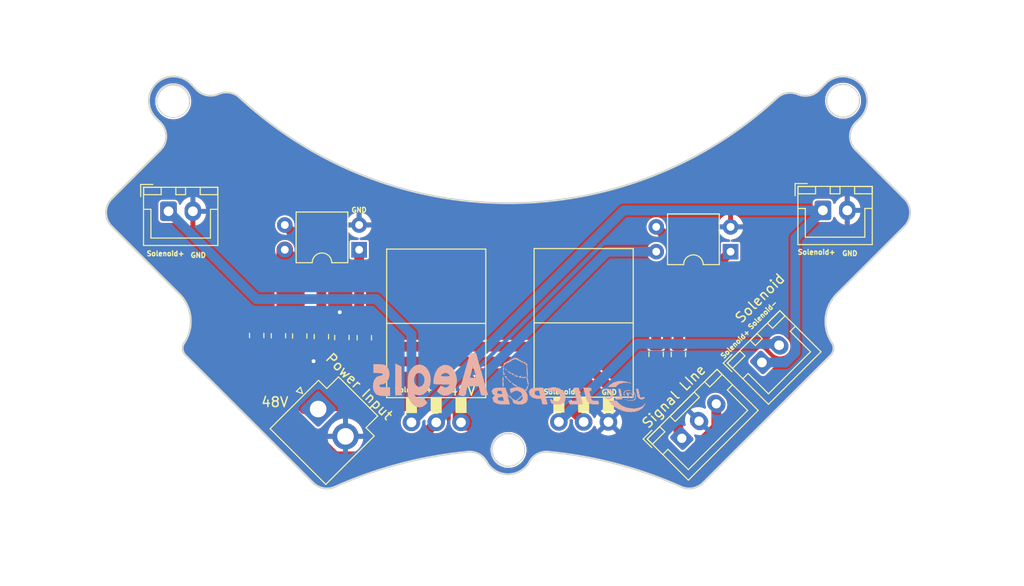
<source format=kicad_pcb>
(kicad_pcb (version 20221018) (generator pcbnew)
  (layers (0 "F.Cu" signal) (31 "B.Cu" signal) (34 "B.Paste" user) (35 "F.Paste" user) (36 "B.SilkS" user "B.Silkscreen") (37 "F.SilkS" user "F.Silkscreen") (38 "B.Mask" user) (39 "F.Mask" user) (44 "Edge.Cuts" user))
  (net 0 "")
  (net 1 "Solenoid+")
  (net 2 "GND")
  (net 3 "Solenoid-")
  (net 4 "+48V")
  (net 5 "Net-(Q3-G)")
  (net 6 "FET1")
  (net 7 "Net-(R1-Pad2)")
  (net 8 "Net-(Q1-G)")
  (net 9 "Net-(R3-Pad2)")
  (net 10 "Net-(R6-Pad1)")
  (net 11 "FET２")
  (net 12 "Net-(R8-Pad2)")
  (net 13 "+15V")
  (footprint "Resistor_SMD:R_0805_2012Metric" (layer "F.Cu") (at 198.8 70.05 -90)
    (fp_text reference "R6" hide)
    (fp_text value "2K")
    (pad "1" smd roundrect (at -0.9125 0 270) (size 1.025 1.4) (layers "F.Cu" "F.Paste" "F.Mask") (roundrect_rratio 0.243902) (net 10 "Net-(R6-Pad1)"))
    (pad "2" smd roundrect (at 0.9125 0 270) (size 1.025 1.4) (layers "F.Cu" "F.Paste" "F.Mask") (roundrect_rratio 0.243902) (net 2 "GND"))
  )
  (footprint "MountingHole:MountingHole_3.2mm_M3" (layer "F.Cu") (at 183.67 79.85 180)
    (fp_text reference "REF**" hide)
    (fp_text value "MountingHole_3.2mm_M3" hide)
    (pad "" np_thru_hole circle (at 0 0 180) (size 3.2 3.2) (drill 3.2) (layers "F&B.Cu" "*.Mask"))
  )
  (footprint "Connector_JST:JST_VH_B2P-VH_1x02_P3.96mm_Vertical" (layer "F.Cu") (at 164.16 75.66 -45)
    (fp_text reference "J1" hide)
    (fp_text value "Conn_01x02_Socket" hide)
    (pad "1" thru_hole roundrect (at 0 0 315) (size 2.7 2.7) (drill 1.7) (layers "*.Cu" "*.Mask") (roundrect_rratio 0.09259296296) (net 4 "+48V"))
    (pad "2" thru_hole circle (at 3.96 0 315) (size 2.7 2.7) (drill 1.7) (layers "*.Cu" "*.Mask") (net 2 "GND"))
  )
  (footprint "Connector_JST:JST_XH_B2B-XH-A_1x02_P2.50mm_Vertical" (layer "F.Cu") (at 209.64 70.88 45)
    (fp_text reference "J4" hide)
    (fp_text value "Conn_01x02_Socket")
    (pad "1" thru_hole roundrect (at 0 0 45) (size 1.7 2) (drill 1) (layers "*.Cu" "*.Mask") (roundrect_rratio 0.1470588235) (net 1 "Solenoid+"))
    (pad "2" thru_hole oval (at 2.5 0 45) (size 1.7 2) (drill 1) (layers "*.Cu" "*.Mask") (net 3 "Solenoid-"))
  )
  (footprint "Resistor_SMD:R_0805_2012Metric" (layer "F.Cu") (at 160.09 68.14 90)
    (fp_text reference "R7" hide)
    (fp_text value "2K")
    (pad "1" smd roundrect (at -0.9125 0 90) (size 1.025 1.4) (layers "F.Cu" "F.Paste" "F.Mask") (roundrect_rratio 0.243902) (net 4 "+48V"))
    (pad "2" smd roundrect (at 0.9125 0 90) (size 1.025 1.4) (layers "F.Cu" "F.Paste" "F.Mask") (roundrect_rratio 0.243902) (net 13 "+15V"))
  )
  (footprint "MountingHole:MountingHole_3.2mm_M3" (layer "F.Cu") (at 149.31 44.09 180)
    (fp_text reference "REF**" hide)
    (fp_text value "MountingHole_3.2mm_M3" hide)
    (pad "" np_thru_hole circle (at 0 0 180) (size 3.2 3.2) (drill 3.2) (layers "F&B.Cu" "*.Mask"))
  )
  (footprint "Resistor_SMD:R_0805_2012Metric" (layer "F.Cu") (at 166.59 68.32 90)
    (fp_text reference "R4" hide)
    (fp_text value "10K")
    (pad "1" smd roundrect (at -0.9125 0 90) (size 1.025 1.4) (layers "F.Cu" "F.Paste" "F.Mask") (roundrect_rratio 0.243902) (net 5 "Net-(Q3-G)"))
    (pad "2" smd roundrect (at 0.9125 0 90) (size 1.025 1.4) (layers "F.Cu" "F.Paste" "F.Mask") (roundrect_rratio 0.243902) (net 2 "GND"))
  )
  (footprint "MountingHole:MountingHole_3.2mm_M3" (layer "F.Cu") (at 217.96 44.03 180)
    (fp_text reference "REF**" hide)
    (fp_text value "MountingHole_3.2mm_M3" hide)
    (pad "" np_thru_hole circle (at 0 0 180) (size 3.2 3.2) (drill 3.2) (layers "F&B.Cu" "*.Mask"))
  )
  (footprint "Connector_JST:JST_XH_B2B-XH-A_1x02_P2.50mm_Vertical" (layer "F.Cu") (at 148.82 55.37)
    (fp_text reference "C1" hide)
    (fp_text value "C")
    (pad "1" thru_hole roundrect (at 0 0) (size 1.7 2) (drill 1) (layers "*.Cu" "*.Mask") (roundrect_rratio 0.1470588235) (net 1 "Solenoid+"))
    (pad "2" thru_hole oval (at 2.5 0) (size 1.7 2) (drill 1) (layers "*.Cu" "*.Mask") (net 2 "GND"))
  )
  (footprint "Package_DIP:DIP-4_W7.62mm" (layer "F.Cu") (at 206.43 59.515 180)
    (fp_text reference "U1" hide)
    (fp_text value "EL817")
    (pad "1" thru_hole rect (at 0 0 180) (size 1.6 1.6) (drill 0.8) (layers "*.Cu" "*.Mask") (net 7 "Net-(R1-Pad2)"))
    (pad "2" thru_hole oval (at 0 2.54 180) (size 1.6 1.6) (drill 0.8) (layers "*.Cu" "*.Mask") (net 2 "GND"))
    (pad "3" thru_hole oval (at 7.62 2.54 180) (size 1.6 1.6) (drill 0.8) (layers "*.Cu" "*.Mask") (net 10 "Net-(R6-Pad1)"))
    (pad "4" thru_hole oval (at 7.62 0 180) (size 1.6 1.6) (drill 0.8) (layers "*.Cu" "*.Mask") (net 8 "Net-(Q1-G)"))
  )
  (footprint "Resistor_SMD:R_0805_2012Metric" (layer "F.Cu") (at 164.49 68.23 90)
    (fp_text reference "R3" hide)
    (fp_text value "330K")
    (pad "1" smd roundrect (at -0.9125 0 90) (size 1.025 1.4) (layers "F.Cu" "F.Paste" "F.Mask") (roundrect_rratio 0.243902) (net 5 "Net-(Q3-G)"))
    (pad "2" smd roundrect (at 0.9125 0 90) (size 1.025 1.4) (layers "F.Cu" "F.Paste" "F.Mask") (roundrect_rratio 0.243902) (net 9 "Net-(R3-Pad2)"))
  )
  (footprint "Connector_JST:JST_XH_B3B-XH-A_1x03_P2.50mm_Vertical" (layer "F.Cu") (at 201.43 78.66 45)
    (fp_text reference "J3" hide)
    (fp_text value "Conn_01x03_Socket")
    (pad "1" thru_hole roundrect (at 0 0 45) (size 1.7 1.95) (drill 0.95) (layers "*.Cu" "*.Mask") (roundrect_rratio 0.1470588235) (net 6 "FET1"))
    (pad "2" thru_hole oval (at 2.5 0 45) (size 1.7 1.95) (drill 0.95) (layers "*.Cu" "*.Mask") (net 2 "GND"))
    (pad "3" thru_hole oval (at 5 0 45) (size 1.7 1.95) (drill 0.95) (layers "*.Cu" "*.Mask") (net 11 "FET２"))
  )
  (footprint "K15A20D:K15A20D" (layer "F.Cu") (at 176.26 54.679)
    (fp_text reference "Q1" hide)
    (fp_text value "PMOS" hide)
    (pad "1" thru_hole circle (at -2.54 22.352 180) (size 1.8 1.8) (drill 1) (layers "*.Cu" "*.Mask") (net 1 "Solenoid+"))
    (pad "2" thru_hole circle (at 0 22.352 180) (size 1.8 1.8) (drill 1) (layers "*.Cu" "*.Mask") (net 8 "Net-(Q1-G)"))
    (pad "3" thru_hole circle (at 2.54 22.352 180) (size 1.8 1.8) (drill 1) (layers "*.Cu" "*.Mask") (net 4 "+48V"))
  )
  (footprint "Resistor_SMD:R_0805_2012Metric" (layer "F.Cu") (at 162.27 68.17 -90)
    (fp_text reference "R9" hide)
    (fp_text value "1K")
    (pad "1" smd roundrect (at -0.9125 0 270) (size 1.025 1.4) (layers "F.Cu" "F.Paste" "F.Mask") (roundrect_rratio 0.243902) (net 13 "+15V"))
    (pad "2" smd roundrect (at 0.9125 0 270) (size 1.025 1.4) (layers "F.Cu" "F.Paste" "F.Mask") (roundrect_rratio 0.243902) (net 2 "GND"))
  )
  (footprint "Connector_JST:JST_XH_B2B-XH-A_1x02_P2.50mm_Vertical" (layer "F.Cu") (at 215.89 55.28)
    (fp_text reference "C2" hide)
    (fp_text value "C")
    (pad "1" thru_hole roundrect (at 0 0) (size 1.7 2) (drill 1) (layers "*.Cu" "*.Mask") (roundrect_rratio 0.1470588235) (net 1 "Solenoid+"))
    (pad "2" thru_hole oval (at 2.5 0) (size 1.7 2) (drill 1) (layers "*.Cu" "*.Mask") (net 2 "GND"))
  )
  (footprint "Resistor_SMD:R_0805_2012Metric" (layer "F.Cu") (at 168.89 68.35 90)
    (fp_text reference "R8" hide)
    (fp_text value "330K")
    (pad "1" smd roundrect (at -0.9125 0 90) (size 1.025 1.4) (layers "F.Cu" "F.Paste" "F.Mask") (roundrect_rratio 0.243902) (net 11 "FET２"))
    (pad "2" smd roundrect (at 0.9125 0 90) (size 1.025 1.4) (layers "F.Cu" "F.Paste" "F.Mask") (roundrect_rratio 0.243902) (net 12 "Net-(R8-Pad2)"))
  )
  (footprint "Resistor_SMD:R_0805_2012Metric" (layer "F.Cu") (at 201.08 70.06 90)
    (fp_text reference "R1" hide)
    (fp_text value "330K")
    (pad "1" smd roundrect (at -0.9125 0 90) (size 1.025 1.4) (layers "F.Cu" "F.Paste" "F.Mask") (roundrect_rratio 0.243902) (net 6 "FET1"))
    (pad "2" smd roundrect (at 0.9125 0 90) (size 1.025 1.4) (layers "F.Cu" "F.Paste" "F.Mask") (roundrect_rratio 0.243902) (net 7 "Net-(R1-Pad2)"))
  )
  (footprint "K15A20D:K15A20D" (layer "F.Cu") (at 191.37 54.628)
    (fp_text reference "Q3" hide)
    (fp_text value "NMOS" hide)
    (pad "1" thru_hole circle (at -2.54 22.352 180) (size 1.8 1.8) (drill 1) (layers "*.Cu" "*.Mask") (net 3 "Solenoid-"))
    (pad "2" thru_hole circle (at 0 22.352 180) (size 1.8 1.8) (drill 1) (layers "*.Cu" "*.Mask") (net 5 "Net-(Q3-G)"))
    (pad "3" thru_hole circle (at 2.54 22.352 180) (size 1.8 1.8) (drill 1) (layers "*.Cu" "*.Mask") (net 2 "GND"))
  )
  (footprint "Package_DIP:DIP-4_W7.62mm" (layer "F.Cu") (at 168.36 59.32 180)
    (fp_text reference "U2" hide)
    (fp_text value "EL817")
    (pad "1" thru_hole rect (at 0 0 180) (size 1.6 1.6) (drill 0.8) (layers "*.Cu" "*.Mask") (net 12 "Net-(R8-Pad2)"))
    (pad "2" thru_hole oval (at 0 2.54 180) (size 1.6 1.6) (drill 0.8) (layers "*.Cu" "*.Mask") (net 2 "GND"))
    (pad "3" thru_hole oval (at 7.62 2.54 180) (size 1.6 1.6) (drill 0.8) (layers "*.Cu" "*.Mask") (net 9 "Net-(R3-Pad2)"))
    (pad "4" thru_hole oval (at 7.62 0 180) (size 1.6 1.6) (drill 0.8) (layers "*.Cu" "*.Mask") (net 13 "+15V"))
  )
  (footprint "Resistor_SMD:R_0805_2012Metric" (layer "F.Cu") (at 157.86 68.1125 90)
    (fp_text reference "R2" hide)
    (fp_text value "1K")
    (pad "1" smd roundrect (at -0.9125 0 90) (size 1.025 1.4) (layers "F.Cu" "F.Paste" "F.Mask") (roundrect_rratio 0.243902) (net 4 "+48V"))
    (pad "2" smd roundrect (at 0.9125 0 90) (size 1.025 1.4) (layers "F.Cu" "F.Paste" "F.Mask") (roundrect_rratio 0.243902) (net 8 "Net-(Q1-G)"))
  )
  (footprint "Aegis:ver4" (layer "B.Cu") (at 178.094608 72.51546 180)
    (fp_text reference "G***" hide)
    (fp_text value "LOGO" hide)
  )
  (footprint "JLCPCB:JLCPCB" (layer "B.Cu") (at 189.920034 74.417767 180)
    (fp_text reference "G***" hide)
    (fp_text value "LOGO" hide)
  )
  (gr_arc (start 219.247845 49.096614) (mid 218.662041 47.6824) (end 219.247845 46.268187) (stroke (width 0.2)) (layer "Edge.Cuts"))
  (gr_arc (start 143.0112 56.9186) (mid 142.425419 55.50439) (end 143.0112 54.090173) (stroke (width 0.2)) (layer "Edge.Cuts"))
  (gr_arc (start 153.939549 43.354207) (mid 152.74589 43.485461) (end 151.692211 42.909424) (stroke (width 0.2)) (layer "Edge.Cuts"))
  (gr_line (start 143.0112 56.9186) (end 149.93519 63.84259) (stroke (width 0.2)) (layer "Edge.Cuts"))
  (gr_arc (start 150.570864 70.135119) (mid 150.283035 69.528519) (end 150.443729 68.876613) (stroke (width 0.2)) (layer "Edge.Cuts"))
  (gr_arc (start 185.811266 81.057979) (mid 186.628212 80.259825) (end 187.748777 80.038884) (stroke (width 0.2)) (layer "Edge.Cuts"))
  (gr_line (start 150.570864 70.135119) (end 163.651056 83.21531) (stroke (width 0.2)) (layer "Edge.Cuts"))
  (gr_arc (start 148.004759 46.268187) (mid 148.590532 47.6824) (end 148.004759 49.096614) (stroke (width 0.2)) (layer "Edge.Cuts"))
  (gr_arc (start 215.545208 42.925224) (mid 214.506067 43.498378) (end 213.325102 43.381747) (stroke (width 0.2)) (layer "Edge.Cuts"))
  (gr_line (start 216.140267 42.306087) (end 215.545208 42.925224) (stroke (width 0.2)) (layer "Edge.Cuts"))
  (gr_arc (start 216.140267 42.306087) (mid 219.675074 42.236029) (end 219.745203 45.770829) (stroke (width 0.2)) (layer "Edge.Cuts"))
  (gr_arc (start 187.748777 80.038884) (mid 194.70634 81.277881) (end 201.371465 83.627119) (stroke (width 0.2)) (layer "Edge.Cuts"))
  (gr_arc (start 216.808875 68.876613) (mid 216.166096 66.268976) (end 217.317414 63.84259) (stroke (width 0.2)) (layer "Edge.Cuts"))
  (gr_arc (start 149.93519 63.84259) (mid 151.086507 66.268978) (end 150.443729 68.876613) (stroke (width 0.2)) (layer "Edge.Cuts"))
  (gr_line (start 219.247845 46.268187) (end 219.745203 45.770829) (stroke (width 0.2)) (layer "Edge.Cuts"))
  (gr_arc (start 216.808875 68.876613) (mid 216.969557 69.528518) (end 216.68174 70.135119) (stroke (width 0.2)) (layer "Edge.Cuts"))
  (gr_circle (center 183.626302 79.843101) (end 185.276302 79.843101) (stroke (width 0.2)) (fill none) (layer "Edge.Cuts"))
  (gr_arc (start 211.187918 43.756863) (mid 212.201218 43.254246) (end 213.325102 43.381747) (stroke (width 0.2)) (layer "Edge.Cuts"))
  (gr_line (start 148.004759 49.096614) (end 143.0112 54.090173) (stroke (width 0.2)) (layer "Edge.Cuts"))
  (gr_circle (center 149.309869 44.038458) (end 150.959869 44.038458) (stroke (width 0.2)) (fill none) (layer "Edge.Cuts"))
  (gr_arc (start 165.881139 83.627119) (mid 172.546263 81.277881) (end 179.503827 80.038884) (stroke (width 0.2)) (layer "Edge.Cuts"))
  (gr_arc (start 153.939549 43.354207) (mid 155.07739 43.212724) (end 156.105958 43.719433) (stroke (width 0.2)) (layer "Edge.Cuts"))
  (gr_arc (start 211.187918 43.756863) (mid 183.639596 54.543967) (end 156.105958 43.719433) (stroke (width 0.2)) (layer "Edge.Cuts"))
  (gr_line (start 151.692211 42.909424) (end 151.112337 42.306087) (stroke (width 0.2)) (layer "Edge.Cuts"))
  (gr_line (start 203.601548 83.21531) (end 216.68174 70.135119) (stroke (width 0.2)) (layer "Edge.Cuts"))
  (gr_arc (start 147.507401 45.770829) (mid 147.577534 42.236037) (end 151.112337 42.306087) (stroke (width 0.2)) (layer "Edge.Cuts"))
  (gr_arc (start 179.503827 80.038884) (mid 180.624411 80.259787) (end 181.441338 81.057979) (stroke (width 0.2)) (layer "Edge.Cuts"))
  (gr_arc (start 203.601548 83.21531) (mid 202.550513 83.767865) (end 201.371465 83.627119) (stroke (width 0.2)) (layer "Edge.Cuts"))
  (gr_arc (start 185.811266 81.057979) (mid 183.626302 82.343101) (end 181.441338 81.057979) (stroke (width 0.2)) (layer "Edge.Cuts"))
  (gr_arc (start 165.881139 83.627119) (mid 164.702097 83.767829) (end 163.651056 83.21531) (stroke (width 0.2)) (layer "Edge.Cuts"))
  (gr_arc (start 224.241404 54.090173) (mid 224.827203 55.50439) (end 224.241404 56.9186) (stroke (width 0.2)) (layer "Edge.Cuts"))
  (gr_line (start 224.241404 54.090173) (end 219.247845 49.096614) (stroke (width 0.2)) (layer "Edge.Cuts"))
  (gr_line (start 217.317414 63.84259) (end 224.241404 56.9186) (stroke (width 0.2)) (layer "Edge.Cuts"))
  (gr_line (start 147.507401 45.770829) (end 148.004759 46.268187) (stroke (width 0.2)) (layer "Edge.Cuts"))
  (gr_circle (center 217.942735 44.038458) (end 219.592735 44.038458) (stroke (width 0.2)) (fill none) (layer "Edge.Cuts"))
  (gr_text "GND" (at 193.99 73.94) (layer "F.SilkS") (effects (font (size 0.5 0.5) (thickness 0.125))))
  (gr_text "48V" (at 178.91 73.77) (layer "F.SilkS") (effects (font (size 1 1))))
  (gr_text "GND" (at 168.35 55.24) (layer "F.SilkS") (effects (font (size 0.5 0.5) (thickness 0.125))))
  (gr_text "Solenoid+\n\n" (at 148.51 60.12) (layer "F.SilkS") (effects (font (size 0.5 0.5) (thickness 0.125))))
  (gr_text "Signal LIne\n" (at 200.62 74.37 45) (layer "F.SilkS") (effects (font (size 1 1))))
  (gr_text "Power Input" (at 168.37 73.35 -45) (layer "F.SilkS") (effects (font (size 1 1))))
  (gr_text "Solenoid+\n\n" (at 215.24 59.97) (layer "F.SilkS") (effects (font (size 0.5 0.5) (thickness 0.125))))
  (gr_text "Solenoid-\n\n" (at 210.01 66.29 45) (layer "F.SilkS") (effects (font (size 0.5 0.5) (thickness 0.125))))
  (gr_text "GND" (at 218.65 59.7) (layer "F.SilkS") (effects (font (size 0.5 0.5) (thickness 0.125))))
  (gr_text "Solenoid-\n\n" (at 189.2 74.29) (layer "F.SilkS") (effects (font (size 0.5 0.5) (thickness 0.125))))
  (gr_text "Solenoid\n" (at 209.44 64.29 45) (layer "F.SilkS") (effects (font (size 1 1))))
  (gr_text "Solenoid+\n\n" (at 207.2 69.27 45) (layer "F.SilkS") (effects (font (size 0.5 0.5) (thickness 0.125))))
  (gr_text "Solenoid+\n\n" (at 173.93 74.09) (layer "F.SilkS") (effects (font (size 0.5 0.5) (thickness 0.125))))
  (gr_text "GND" (at 151.87 59.88) (layer "F.SilkS") (effects (font (size 0.5 0.5) (thickness 0.125))))
  (gr_text "48V" (at 159.72 74.95) (layer "F.SilkS") (effects (font (size 1 1))))
  (segment (start 173.72 77.031) (end 173.72 67.98) (width 1) (layer "B.Cu") (net 1))
  (segment (start 173.72 67.98) (end 170.12 64.38) (width 1) (layer "B.Cu") (net 1))
  (segment (start 195.471 55.28) (end 215.89 55.28) (width 1) (layer "B.Cu") (net 1))
  (segment (start 209.64 70.88) (end 212.044164 70.88) (width 1) (layer "B.Cu") (net 1))
  (segment (start 213.063833 58.106167) (end 215.89 55.28) (width 1) (layer "B.Cu") (net 1))
  (segment (start 173.72 77.031) (end 195.471 55.28) (width 1) (layer "B.Cu") (net 1))
  (segment (start 170.12 64.38) (end 157.83 64.38) (width 1) (layer "B.Cu") (net 1))
  (segment (start 212.044164 70.88) (end 213.063833 69.860331) (width 1) (layer "B.Cu") (net 1))
  (segment (start 157.83 64.38) (end 148.82 55.37) (width 1) (layer "B.Cu") (net 1))
  (segment (start 213.063833 69.860331) (end 213.063833 58.106167) (width 1) (layer "B.Cu") (net 1))
  (via (at 163.69 70.75) (size 0.8) (drill 0.4) (layers "F.Cu" "B.Cu") (net 2))
  (via (at 166.37 65.73) (size 0.8) (drill 0.4) (layers "F.Cu" "B.Cu") (net 2))
  (segment (start 196.839492 68.970508) (end 211.266042 68.970508) (width 1) (layer "B.Cu") (net 3))
  (segment (start 188.83 76.98) (end 196.839492 68.970508) (width 1) (layer "B.Cu") (net 3))
  (segment (start 211.266042 68.970508) (end 211.407767 69.112233) (width 1) (layer "B.Cu") (net 3))
  (segment (start 160.0625 69.025) (end 160.09 69.0525) (width 1) (layer "F.Cu") (net 4))
  (segment (start 166.49 75.02) (end 164.8 75.02) (width 1.7) (layer "F.Cu") (net 4))
  (segment (start 160.09 70.17) (end 159.655 69.735) (width 1) (layer "F.Cu") (net 4))
  (segment (start 178.54 72.63) (end 179.19 72.63) (width 1.7) (layer "F.Cu") (net 4))
  (segment (start 159.5475 72.4625) (end 159.83 72.18) (width 1) (layer "F.Cu") (net 4))
  (segment (start 160.09 71.59) (end 164.16 75.66) (width 1) (layer "F.Cu") (net 4))
  (segment (start 176.15 75.02) (end 178.49 72.68) (width 1.7) (layer "F.Cu") (net 4))
  (segment (start 160.58 70.91) (end 162.77 73.1) (width 1) (layer "F.Cu") (net 4))
  (segment (start 162.745 75.66) (end 164.16 75.66) (width 1) (layer "F.Cu") (net 4))
  (segment (start 172.46 73.6) (end 172.33 73.6) (width 1) (layer "F.Cu") (net 4))
  (segment (start 167.81 74.64) (end 165.85 74.64) (width 1.7) (layer "F.Cu") (net 4))
  (segment (start 178.8 77.031) (end 179.789 77.031) (width 1.7) (layer "F.Cu") (net 4))
  (segment (start 172.46 73.6) (end 175.88 73.6) (width 1) (layer "F.Cu") (net 4))
  (segment (start 162.51 74.01) (end 162.51 73.36) (width 1) (layer "F.Cu") (net 4))
  (segment (start 162.1375 75.0525) (end 162.745 75.66) (width 1) (layer "F.Cu") (net 4))
  (segment (start 169.51 75.02) (end 170.91 75.02) (width 1.7) (layer "F.Cu") (net 4))
  (segment (start 167.91 73.6) (end 166.49 75.02) (width 1) (layer "F.Cu") (net 4))
  (segment (start 172.99 74.02) (end 171.99 75.02) (width 1) (layer "F.Cu") (net 4))
  (segment (start 178.061792 75.02) (end 175.96 75.02) (width 1.7) (layer "F.Cu") (net 4))
  (segment (start 180.52 75.41) (end 180.52 73.96) (width 1.7) (layer "F.Cu") (net 4))
  (segment (start 160.09 70.91) (end 160.58 70.91) (width 1) (layer "F.Cu") (net 4))
  (segment (start 158.785 70.285) (end 164.16 75.66) (width 1) (layer "F.Cu") (net 4))
  (segment (start 178.8 77.031) (end 178.8 75.758208) (width 1.7) (layer "F.Cu") (net 4))
  (segment (start 157.86 69.36) (end 158.235 69.735) (width 1) (layer "F.Cu") (net 4))
  (segment (start 159.5475 72.4625) (end 160.0675 72.9825) (width 1) (layer "F.Cu") (net 4))
  (segment (start 164.16 72.95) (end 163.57 72.95) (width 1.7) (layer "F.Cu") (net 4))
  (segment (start 159.81 71.6625) (end 158.7475 71.6625) (width 1) (layer "F.Cu") (net 4))
  (segment (start 169.51 75.02) (end 169.51 73.99) (width 1.7) (layer "F.Cu") (net 4))
  (segment (start 180.52 76.3) (end 180.52 75.41) (width 1.7) (layer "F.Cu") (net 4))
  (segment (start 158.945 69.025) (end 160.09 70.17) (width 1) (layer "F.Cu") (net 4))
  (segment (start 169.9 73.6) (end 168.85 73.6) (width 1) (layer "F.Cu") (net 4))
  (segment (start 178.451792 75.41) (end 178.061792 75.02) (width 1.7) (layer "F.Cu") (net 4))
  (segment (start 166.49 75.02) (end 169.51 75.02) (width 1.7) (layer "F.Cu") (net 4))
  (segment (start 164.35 72.68) (end 164.12 72.91) (width 1.7) (layer "F.Cu") (net 4))
  (segment (start 164.16 75.66) (end 166.22 73.6) (width 1) (layer "F.Cu") (net 4))
  (segment (start 158.9 70.17) (end 158.785 70.285) (width 1) (layer "F.Cu") (net 4))
  (segment (start 160.27 72.18) (end 160.68 72.18) (width 1) (layer "F.Cu") (net 4))
  (segment (start 180.52 75.41) (end 178.451792 75.41) (width 1.7) (layer "F.Cu") (net 4))
  (segment (start 164.8 75.02) (end 164.16 75.66) (width 1.7) (layer "F.Cu") (net 4))
  (segment (start 160.09 70.17) (end 160.09 70.91) (width 1) (layer "F.Cu") (net 4))
  (segment (start 159.655 69.735) (end 158.235 69.735) (width 1) (layer "F.Cu") (net 4))
  (segment (start 160.68 72.18) (end 160.1625 71.6625) (width 1) (layer "F.Cu") (net 4))
  (segment (start 160.09 69.0525) (end 160.09 69.58) (width 1) (layer "F.Cu") (net 4))
  (segment (start 162.77 73.1) (end 162.51 73.36) (width 1.7) (layer "F.Cu") (net 4))
  (segment (start 178.8 75.758208) (end 178.061792 75.02) (width 1.7) (layer "F.Cu") (net 4))
  (segment (start 165.85 74.64) (end 164.16 72.95) (width 1.7) (layer "F.Cu") (net 4))
  (segment (start 175.88 73.6) (end 173.41 73.6) (width 1) (layer "F.Cu") (net 4))
  (segment (start 158.235 69.735) (end 158.785 70.285) (width 1) (layer "F.Cu") (net 4))
  (segment (start 158.7475 71.6625) (end 159.5475 72.4625) (width 1) (layer "F.Cu") (net 4))
  (segment (start 175.96 75.02) (end 176.15 75.02) (width 1.7) (layer "F.Cu") (net 4))
  (segment (start 159.83 72.18) (end 160.27 72.18) (width 1) (layer "F.Cu") (net 4))
  (segment (start 157.86 69.025) (end 157.86 69.36) (width 1) (layer "F.Cu") (net 4))
  (segment (start 175.96 75.02) (end 167.81 75.02) (width 1.7) (layer "F.Cu") (net 4))
  (segment (start 177.001792 73.96) (end 176.641792 73.6) (width 1.7) (layer "F.Cu") (net 4))
  (segment (start 161.4 72.9) (end 162.51 74.01) (width 1) (layer "F.Cu") (net 4))
  (segment (start 163.57 72.95) (end 162.51 74.01) (width 1.7) (layer "F.Cu") (net 4))
  (segment (start 179.19 72.63) (end 180.52 73.96) (width 1.7) (layer "F.Cu") (net 4))
  (segment (start 164.16 75.66) (end 162.51 74.01) (width 1) (layer "F.Cu") (net 4))
  (segment (start 160.09 71.59) (end 160.0175 71.6625) (width 1) (layer "F.Cu") (net 4))
  (segment (start 160.0175 71.6625) (end 159.81 71.6625) (width 1) (layer "F.Cu") (net 4))
  (segment (start 176.641792 73.6) (end 178.061792 75.02) (width 1) (layer "F.Cu") (net 4))
  (segment (start 160.1625 71.6625) (end 159.81 71.6625) (width 1) (layer "F.Cu") (net 4))
  (segment (start 164.35 72.68) (end 163.19 72.68) (width 1.7) (layer "F.Cu") (net 4))
  (segment (start 173.41 73.6) (end 172.99 74.02) (width 1) (layer "F.Cu") (net 4))
  (segment (start 164.16 72.95) (end 164.16 75.66) (width 1.7) (layer "F.Cu") (net 4))
  (segment (start 164.12 72.91) (end 164.16 72.95) (width 1.7) (layer "F.Cu") (net 4))
  (segment (start 160.09 69.58) (end 163.19 72.68) (width 1) (layer "F.Cu") (net 4))
  (segment (start 179.789 77.031) (end 180.52 76.3) (width 1.7) (layer "F.Cu") (net 4))
  (segment (start 168.85 73.6) (end 167.91 73.6) (width 1) (layer "F.Cu") (net 4))
  (segment (start 161.4725 74.3875) (end 162.1375 75.0525) (width 1) (layer "F.Cu") (net 4))
  (segment (start 160.09 70.17) (end 158.9 70.17) (width 1) (layer "F.Cu") (net 4))
  (segment (start 167.81 75.02) (end 167.81 74.64) (width 1.7) (layer "F.Cu") (net 4))
  (segment (start 161.4 72.9) (end 160.15 72.9) (width 1) (layer "F.Cu") (net 4))
  (segment (start 160.58 70.91) (end 157.995 70.91) (width 1) (layer "F.Cu") (net 4))
  (segment (start 160.09 70.91) (end 160.09 71.59) (width 1) (layer "F.Cu") (net 4))
  (segment (start 160.8075 73.7225) (end 161.4775 74.3925) (width 1) (layer "F.Cu") (net 4))
  (segment (start 167.81 74.64) (end 168.85 73.6) (width 1.7) (layer "F.Cu") (net 4))
  (segment (start 157.86 70.775) (end 158.7475 71.6625) (width 1) (layer "F.Cu") (net 4))
  (segment (start 176.1 73.6) (end 176.641792 73.6) (width 1) (layer "F.Cu") (net 4))
  (segment (start 157.995 70.91) (end 157.86 70.775) (width 1) (layer "F.Cu") (net 4))
  (segment (start 171.21 73.6) (end 169.9 73.6) (width 1) (layer "F.Cu") (net 4))
  (segment (start 162.2225 73.7225) (end 160.8075 73.7225) (width 1) (layer "F.Cu") (net 4))
  (segment (start 162.51 74.01) (end 162.2225 73.7225) (width 1) (layer "F.Cu") (net 4))
  (segment (start 164.12 72.91) (end 162.96 72.91) (width 1.7) (layer "F.Cu") (net 4))
  (segment (start 180.52 73.96) (end 177.001792 73.96) (width 1.7) (layer "F.Cu") (net 4))
  (segment (start 170.91 73.9) (end 171.21 73.6) (width 1) (layer "F.Cu") (net 4))
  (segment (start 157.86 69.025) (end 157.86 70.775) (width 1) (layer "F.Cu") (net 4))
  (segment (start 178.49 72.68) (end 164.35 72.68) (width 1.7) (layer "F.Cu") (net 4))
  (segment (start 170.91 75.02) (end 170.91 73.9) (width 1) (layer "F.Cu") (net 4))
  (segment (start 172.33 73.6) (end 170.91 75.02) (width 1) (layer "F.Cu") (net 4))
  (segment (start 171.21 73.6) (end 172.46 73.6) (width 1) (layer "F.Cu") (net 4))
  (segment (start 170.91 75.02) (end 171.99 75.02) (width 1.7) (layer "F.Cu") (net 4))
  (segment (start 160.15 72.9) (end 160.0675 72.9825) (width 1) (layer "F.Cu") (net 4))
  (segment (start 160.68 72.18) (end 161.4 72.9) (width 1) (layer "F.Cu") (net 4))
  (segment (start 157.86 69.025) (end 158.945 69.025) (width 1) (layer "F.Cu") (net 4))
  (segment (start 162.96 72.91) (end 162.77 73.1) (width 1.7) (layer "F.Cu") (net 4))
  (segment (start 166.22 73.6) (end 171.21 73.6) (width 1) (layer "F.Cu") (net 4))
  (segment (start 160.09 69.0525) (end 160.09 70.17) (width 1) (layer "F.Cu") (net 4))
  (segment (start 175.88 73.6) (end 176.1 73.6) (width 1) (layer "F.Cu") (net 4))
  (segment (start 167.81 75.02) (end 166.49 75.02) (width 1.7) (layer "F.Cu") (net 4))
  (segment (start 160.0675 72.9825) (end 160.8075 73.7225) (width 1) (layer "F.Cu") (net 4))
  (segment (start 175.68 74.02) (end 176.1 73.6) (width 1) (layer "F.Cu") (net 4))
  (segment (start 178.54 72.63) (end 178.49 72.68) (width 1.7) (layer "F.Cu") (net 4))
  (segment (start 169.51 73.99) (end 169.9 73.6) (width 1.7) (layer "F.Cu") (net 4))
  (segment (start 163.19 72.68) (end 162.77 73.1) (width 1.7) (layer "F.Cu") (net 4))
  (segment (start 172.99 74.02) (end 175.68 74.02) (width 1) (layer "F.Cu") (net 4))
  (segment (start 157.86 69.025) (end 160.0625 69.025) (width 1) (layer "F.Cu") (net 4))
  (segment (start 166.1325 70.785) (end 164.49 69.1425) (width 1) (layer "F.Cu") (net 5))
  (segment (start 166.59 69.2325) (end 164.58 69.2325) (width 1) (layer "F.Cu") (net 5))
  (segment (start 185.175 70.785) (end 191.37 76.98) (width 1) (layer "F.Cu") (net 5))
  (segment (start 164.58 69.2325) (end 164.49 69.1425) (width 1) (layer "F.Cu") (net 5))
  (segment (start 185.175 70.785) (end 166.1325 70.785) (width 1) (layer "F.Cu") (net 5))
  (segment (start 201.08 78.31) (end 201.43 78.66) (width 1) (layer "F.Cu") (net 6))
  (segment (start 201.08 70.9725) (end 201.08 78.31) (width 1) (layer "F.Cu") (net 6))
  (segment (start 201.08 69.1475) (end 201.08 64.865) (width 1) (layer "F.Cu") (net 7))
  (segment (start 201.08 64.865) (end 206.43 59.515) (width 1) (layer "F.Cu") (net 7))
  (segment (start 176.26 77.031) (end 172.780857 80.510143) (width 1) (layer "F.Cu") (net 8))
  (segment (start 157.16 67.2) (end 157.86 67.2) (width 1) (layer "F.Cu") (net 8))
  (segment (start 156.41 71.022056) (end 156.41 67.95) (width 1) (layer "F.Cu") (net 8))
  (segment (start 172.780857 80.510143) (end 165.898087 80.510143) (width 1) (layer "F.Cu") (net 8))
  (segment (start 165.898087 80.510143) (end 156.41 71.022056) (width 1) (layer "F.Cu") (net 8))
  (segment (start 156.41 67.95) (end 157.16 67.2) (width 1) (layer "F.Cu") (net 8))
  (segment (start 176.26 77.031) (end 193.776 59.515) (width 1) (layer "B.Cu") (net 8))
  (segment (start 193.776 59.515) (end 198.81 59.515) (width 1) (layer "B.Cu") (net 8))
  (segment (start 164.49 67.3175) (end 164.49 60.53) (width 1) (layer "F.Cu") (net 9))
  (segment (start 164.49 60.53) (end 160.74 56.78) (width 1) (layer "F.Cu") (net 9))
  (segment (start 198.8 61.646321) (end 200.31 60.136321) (width 1) (layer "F.Cu") (net 10))
  (segment (start 198.8 69.1375) (end 198.8 61.646321) (width 1) (layer "F.Cu") (net 10))
  (segment (start 200.31 60.136321) (end 200.31 58.475) (width 1) (layer "F.Cu") (net 10))
  (segment (start 200.31 58.475) (end 198.81 56.975) (width 1) (layer "F.Cu") (net 10))
  (segment (start 201.906994 80.551814) (end 204.965534 77.493274) (width 1) (layer "F.Cu") (net 11))
  (segment (start 189.840468 69.2625) (end 201.129782 80.551814) (width 1) (layer "F.Cu") (net 11))
  (segment (start 168.89 69.2625) (end 189.840468 69.2625) (width 1) (layer "F.Cu") (net 11))
  (segment (start 204.965534 77.493274) (end 204.965534 75.124466) (width 1) (layer "F.Cu") (net 11))
  (segment (start 201.129782 80.551814) (end 201.906994 80.551814) (width 1) (layer "F.Cu") (net 11))
  (segment (start 168.36 66.9075) (end 168.89 67.4375) (width 1) (layer "F.Cu") (net 12))
  (segment (start 168.36 59.32) (end 168.36 66.9075) (width 1) (layer "F.Cu") (net 12))
  (segment (start 160.74 65.2) (end 160.74 66.5775) (width 1.7) (layer "F.Cu") (net 13))
  (segment (start 161.77 61.35) (end 160.74 61.35) (width 1) (layer "F.Cu") (net 13))
  (segment (start 162.27 62.5) (end 162.27 61.66) (width 1) (layer "F.Cu") (net 13))
  (segment (start 162.27 64.14) (end 160.87 64.14) (width 1) (layer "F.Cu") (net 13))
  (segment (start 162.27 67.2575) (end 162.27 66.53) (width 1) (layer "F.Cu") (net 13))
  (segment (start 162.27 64.14) (end 162.27 63.25) (width 1) (layer "F.Cu") (net 13))
  (segment (start 162.27 66.53) (end 160.7875 66.53) (width 1) (layer "F.Cu") (net 13))
  (segment (start 162.24 67.2275) (end 162.27 67.2575) (width 1) (layer "F.Cu") (net 13))
  (segment (start 160.83 62.5) (end 160.74 62.41) (width 1) (layer "F.Cu") (net 13))
  (segment (start 162.27 64.9) (end 162.27 64.14) (width 1) (layer "F.Cu") (net 13))
  (segment (start 162.27 65.77) (end 162.27 64.9) (width 1) (layer "F.Cu") (net 13))
  (segment (start 162.27 63.25) (end 161.76 63.25) (width 1) (layer "F.Cu") (net 13))
  (segment (start 161.04 64.9) (end 160.74 65.2) (width 1) (layer "F.Cu") (net 13))
  (segment (start 160.74 61.35) (end 160.74 62.41) (width 1.7) (layer "F.Cu") (net 13))
  (segment (start 162.27 66.53) (end 162.27 65.77) (width 1) (layer "F.Cu") (net 13))
  (segment (start 160.87 64.14) (end 160.74 64.27) (width 1) (layer "F.Cu") (net 13))
  (segment (start 161.5475 65.77) (end 160.74 66.5775) (width 1) (layer "F.Cu") (net 13))
  (segment (start 161.49 61.66) (end 160.74 62.41) (width 1) (layer "F.Cu") (net 13))
  (segment (start 162.27 62.5) (end 160.83 62.5) (width 1) (layer "F.Cu") (net 13))
  (segment (start 162.27 63.25) (end 162.27 62.5) (width 1) (layer "F.Cu") (net 13))
  (segment (start 160.74 59.32) (end 160.74 61.35) (width 1.7) (layer "F.Cu") (net 13))
  (segment (start 162.27 64.9) (end 161.04 64.9) (width 1) (layer "F.Cu") (net 13))
  (segment (start 162.27 60.85) (end 161.77 61.35) (width 1) (layer "F.Cu") (net 13))
  (segment (start 160.74 62.41) (end 160.74 64.27) (width 1.7) (layer "F.Cu") (net 13))
  (segment (start 160.7875 66.53) (end 160.74 66.5775) (width 1) (layer "F.Cu") (net 13))
  (segment (start 162.27 61.66) (end 161.49 61.66) (width 1) (layer "F.Cu") (net 13))
  (segment (start 162.27 61.66) (end 162.27 60.85) (width 1) (layer "F.Cu") (net 13))
  (segment (start 160.09 67.2275) (end 162.24 67.2275) (width 1) (layer "F.Cu") (net 13))
  (segment (start 161.76 63.25) (end 160.74 64.27) (width 1) (layer "F.Cu") (net 13))
  (segment (start 160.74 66.5775) (end 160.09 67.2275) (width 1.7) (layer "F.Cu") (net 13))
  (segment (start 162.27 60.85) (end 160.74 59.32) (width 1) (layer "F.Cu") (net 13))
  (segment (start 160.74 64.27) (end 160.74 65.2) (width 1.7) (layer "F.Cu") (net 13))
  (segment (start 162.27 65.77) (end 161.5475 65.77) (width 1) (layer "F.Cu") (net 13))
  (zone (net 2) (net_name "GND") (layers "F&B.Cu") (connect_pads (clearance 0)) (min_thickness 0.25) (fill yes (thermal_gap 0.5) (thermal_bridge_width 0.5))
    (polygon (pts (xy 131.55 33.7) (xy 235.81 33.8) (xy 236.52 91.27) (xy 141.8 93.82)))
  )
)
</source>
